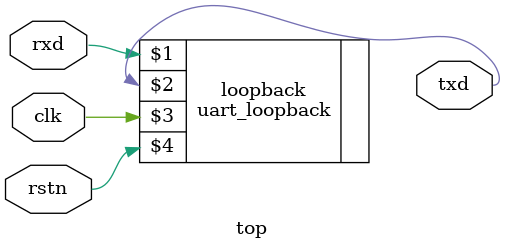
<source format=v>
module top (
	input wire rxd,
	output wire txd,
	input wire clk,
	input wire rstn);

	uart_loopback loopback(rxd, txd, clk, rstn);

endmodule

</source>
